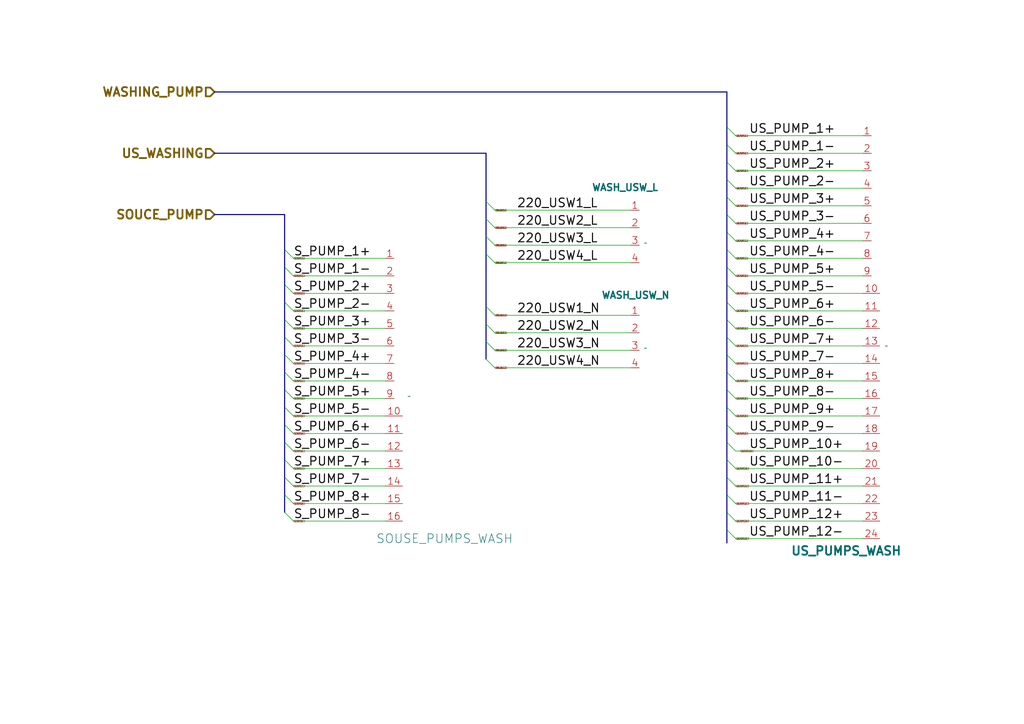
<source format=kicad_sch>
(kicad_sch (version 20250114) (generator "eeschema") (generator_version "9.0")
  (paper "A4")
  (lib_symbols
    (symbol "Conn_01x04_(wide)_2"
      (property "Reference" "J" (at 0 0 0))
      (symbol "Conn_01x04_(wide)_2_1_1"
        (pin input line (at -2.54 -5.08 0) (length 2.54) (name "") (number "1"))
        (pin input line (at -2.54 -10.16 0) (length 2.54) (name "") (number "2"))
        (pin input line (at -2.54 -15.24 0) (length 2.54) (name "") (number "3"))
        (pin input line (at -2.54 -20.32 0) (length 2.54) (name "") (number "4"))
      )
    )
    (symbol "Connector:Conn_01x16_(wide)"
      (property "Reference" "J" (at 0 0 0))
      (symbol "Conn_01x16_(wide)_1_1"
        (pin input line (at -2.54 -5.08 0) (length 2.54) (name "") (number "1"))
        (pin input line (at -2.54 -10.16 0) (length 2.54) (name "") (number "2"))
        (pin input line (at -2.54 -15.24 0) (length 2.54) (name "") (number "3"))
        (pin input line (at -2.54 -20.32 0) (length 2.54) (name "") (number "4"))
        (pin input line (at -2.54 -25.4 0) (length 2.54) (name "") (number "5"))
        (pin input line (at -2.54 -30.48 0) (length 2.54) (name "") (number "6"))
        (pin input line (at -2.54 -35.56 0) (length 2.54) (name "") (number "7"))
        (pin input line (at -2.54 -40.64 0) (length 2.54) (name "") (number "8"))
        (pin input line (at -2.54 -45.72 0) (length 2.54) (name "") (number "9"))
        (pin input line (at -2.54 -50.8 0) (length 5) (name "") (number "10"))
        (pin input line (at -2.54 -55.88 0) (length 5) (name "") (number "11"))
        (pin input line (at -2.54 -60.96 0) (length 5) (name "") (number "12"))
        (pin input line (at -2.54 -66.04 0) (length 5) (name "") (number "13"))
        (pin input line (at -2.54 -71.12 0) (length 5) (name "") (number "14"))
        (pin input line (at -2.54 -76.2 0) (length 5) (name "") (number "15"))
        (pin input line (at -2.54 -81.28 0) (length 5) (name "") (number "16"))
      )
    )
    (symbol "Connector:Conn_01x24_(wide)"
      (property "Reference" "J" (at 0 2.286 0))
      (symbol "Conn_01x24_(wide)_1_1"
        (pin input line (at 0 -3.81 0) (length 2.54) (name "") (number "1"))
        (pin input line (at 0 -8.89 0) (length 2.54) (name "") (number "2"))
        (pin input line (at 0 -13.97 0) (length 2.54) (name "") (number "3"))
        (pin input line (at 0 -19.05 0) (length 2.54) (name "") (number "4"))
        (pin input line (at 0 -24.13 0) (length 2.54) (name "") (number "5"))
        (pin input line (at 0 -29.21 0) (length 2.54) (name "") (number "6"))
        (pin input line (at 0 -34.29 0) (length 2.54) (name "") (number "7"))
        (pin input line (at 0 -39.37 0) (length 2.54) (name "") (number "8"))
        (pin input line (at 0 -44.45 0) (length 2.54) (name "") (number "9"))
        (pin input line (at 0 -49.53 0) (length 5) (name "") (number "10"))
        (pin input line (at 0 -54.61 0) (length 5) (name "") (number "11"))
        (pin input line (at 0 -59.69 0) (length 5) (name "") (number "12"))
        (pin input line (at 0 -64.77 0) (length 5) (name "") (number "13"))
        (pin input line (at 0 -69.85 0) (length 5) (name "") (number "14"))
        (pin input line (at 0 -74.93 0) (length 5) (name "") (number "15"))
        (pin input line (at 0 -80.01 0) (length 5) (name "") (number "16"))
        (pin input line (at 0 -85.09 0) (length 5) (name "") (number "17"))
        (pin input line (at 0 -90.17 0) (length 5) (name "") (number "18"))
        (pin input line (at 0 -95.25 0) (length 5) (name "") (number "19"))
        (pin input line (at 0 -100.33 0) (length 5) (name "") (number "20"))
        (pin input line (at 0 -105.41 0) (length 5) (name "") (number "21"))
        (pin input line (at 0 -110.49 0) (length 5) (name "") (number "22"))
        (pin input line (at 0 -115.57 0) (length 5) (name "") (number "23"))
        (pin input line (at 0 -120.65 0) (length 5) (name "") (number "24"))
      )
    )
  )
  (bus_entry (at 82.55 77.47) (size 2.54 2.54))
  (bus_entry (at 143.51 66.04) (size -2.54 -2.54))
  (bus_entry (at 210.82 107.95) (size 2.54 2.54))
  (bus_entry (at 210.82 97.79) (size 2.54 2.54))
  (bus_entry (at 210.82 148.59) (size 2.54 2.54))
  (bus_entry (at 82.55 107.95) (size 2.54 2.54))
  (bus_entry (at 210.82 46.99) (size 2.54 2.54))
  (bus_entry (at 210.82 77.47) (size 2.54 2.54))
  (bus_entry (at 143.51 96.52) (size -2.54 -2.54))
  (bus_entry (at 143.51 71.12) (size -2.54 -2.54))
  (bus_entry (at 82.55 97.79) (size 2.54 2.54))
  (bus_entry (at 143.51 106.68) (size -2.54 -2.54))
  (bus_entry (at 82.55 92.71) (size 2.54 2.54))
  (bus_entry (at 210.82 41.91) (size 2.54 2.54))
  (bus_entry (at 210.82 133.35) (size 2.54 2.54))
  (bus_entry (at 210.82 62.23) (size 2.54 2.54))
  (bus_entry (at 143.51 60.96) (size -2.54 -2.54))
  (bus_entry (at 210.82 67.31) (size 2.54 2.54))
  (bus_entry (at 210.82 72.39) (size 2.54 2.54))
  (bus_entry (at 82.55 143.51) (size 2.54 2.54))
  (bus_entry (at 210.82 57.15) (size 2.54 2.54))
  (bus_entry (at 210.82 123.19) (size 2.54 2.54))
  (bus_entry (at 210.82 153.67) (size 2.54 2.54))
  (bus_entry (at 210.82 87.63) (size 2.54 2.54))
  (bus_entry (at 82.55 128.27) (size 2.54 2.54))
  (bus_entry (at 210.82 143.51) (size 2.54 2.54))
  (bus_entry (at 82.55 113.03) (size 2.54 2.54))
  (bus_entry (at 82.55 102.87) (size 2.54 2.54))
  (bus_entry (at 143.51 101.6) (size -2.54 -2.54))
  (bus_entry (at 210.82 102.87) (size 2.54 2.54))
  (bus_entry (at 82.55 123.19) (size 2.54 2.54))
  (bus_entry (at 82.55 87.63) (size 2.54 2.54))
  (bus_entry (at 210.82 118.11) (size 2.54 2.54))
  (bus_entry (at 210.82 92.71) (size 2.54 2.54))
  (bus_entry (at 210.82 113.03) (size 2.54 2.54))
  (bus_entry (at 82.55 118.11) (size 2.54 2.54))
  (bus_entry (at 210.82 82.55) (size 2.54 2.54))
  (bus_entry (at 210.82 36.83) (size 2.54 2.54))
  (bus_entry (at 210.82 52.07) (size 2.54 2.54))
  (bus_entry (at 82.55 82.55) (size 2.54 2.54))
  (bus_entry (at 82.55 138.43) (size 2.54 2.54))
  (bus_entry (at 143.51 76.2) (size -2.54 -2.54))
  (bus_entry (at 82.55 148.59) (size 2.54 2.54))
  (bus_entry (at 210.82 128.27) (size 2.54 2.54))
  (bus_entry (at 82.55 72.39) (size 2.54 2.54))
  (bus_entry (at 82.55 133.35) (size 2.54 2.54))
  (bus_entry (at 210.82 138.43) (size 2.54 2.54))
  (bus_entry (at 143.51 91.44) (size -2.54 -2.54))
  (wire (pts (xy 213.36 39.37) (xy 250.19 39.37)))
  (bus (pts (xy 210.82 82.55) (xy 210.82 87.63)))
  (wire (pts (xy 213.36 110.49) (xy 250.19 110.49)))
  (bus (pts (xy 140.97 99.06) (xy 140.97 104.14)))
  (bus (pts (xy 82.55 128.27) (xy 82.55 133.35)))
  (bus (pts (xy 210.82 128.27) (xy 210.82 133.35)))
  (wire (pts (xy 85.09 110.49) (xy 111.76 110.49)))
  (bus (pts (xy 210.82 57.15) (xy 210.82 62.23)))
  (bus (pts (xy 210.82 113.03) (xy 210.82 118.11)))
  (bus (pts (xy 82.55 113.03) (xy 82.55 118.11)))
  (bus (pts (xy 62.23 26.67) (xy 210.82 26.67)))
  (wire (pts (xy 182.88 96.52) (xy 143.51 96.52)))
  (bus (pts (xy 210.82 36.83) (xy 210.82 41.91)))
  (bus (pts (xy 82.55 97.79) (xy 82.55 102.87)))
  (wire (pts (xy 213.36 49.53) (xy 250.19 49.53)))
  (bus (pts (xy 210.82 107.95) (xy 210.82 113.03)))
  (bus (pts (xy 210.82 77.47) (xy 210.82 82.55)))
  (bus (pts (xy 210.82 97.79) (xy 210.82 102.87)))
  (wire (pts (xy 85.09 151.13) (xy 111.76 151.13)))
  (wire (pts (xy 213.36 80.01) (xy 250.19 80.01)))
  (bus (pts (xy 210.82 87.63) (xy 210.82 92.71)))
  (bus (pts (xy 210.82 46.99) (xy 210.82 52.07)))
  (bus (pts (xy 140.97 93.98) (xy 140.97 99.06)))
  (wire (pts (xy 213.36 100.33) (xy 250.19 100.33)))
  (bus (pts (xy 210.82 118.11) (xy 210.82 123.19)))
  (bus (pts (xy 62.23 44.45) (xy 140.97 44.45)))
  (wire (pts (xy 85.09 120.65) (xy 111.76 120.65)))
  (bus (pts (xy 82.55 72.39) (xy 82.55 77.47)))
  (bus (pts (xy 82.55 133.35) (xy 82.55 138.43)))
  (bus (pts (xy 210.82 62.23) (xy 210.82 67.31)))
  (wire (pts (xy 182.88 76.2) (xy 143.51 76.2)))
  (bus (pts (xy 210.82 92.71) (xy 210.82 97.79)))
  (bus (pts (xy 140.97 44.45) (xy 140.97 58.42)))
  (wire (pts (xy 213.36 105.41) (xy 250.19 105.41)))
  (wire (pts (xy 213.36 74.93) (xy 250.19 74.93)))
  (bus (pts (xy 210.82 148.59) (xy 210.82 153.67)))
  (bus (pts (xy 82.55 143.51) (xy 82.55 148.59)))
  (bus (pts (xy 62.23 62.23) (xy 82.55 62.23)))
  (wire (pts (xy 182.88 60.96) (xy 143.51 60.96)))
  (wire (pts (xy 213.36 59.69) (xy 250.19 59.69)))
  (wire (pts (xy 85.09 125.73) (xy 111.76 125.73)))
  (wire (pts (xy 213.36 120.65) (xy 250.19 120.65)))
  (bus (pts (xy 210.82 138.43) (xy 210.82 143.51)))
  (wire (pts (xy 85.09 146.05) (xy 111.76 146.05)))
  (wire (pts (xy 213.36 64.77) (xy 250.19 64.77)))
  (wire (pts (xy 85.09 80.01) (xy 111.76 80.01)))
  (bus (pts (xy 82.55 123.19) (xy 82.55 128.27)))
  (wire (pts (xy 213.36 156.21) (xy 250.19 156.21)))
  (bus (pts (xy 210.82 143.51) (xy 210.82 148.59)))
  (bus (pts (xy 82.55 118.11) (xy 82.55 123.19)))
  (bus (pts (xy 82.55 102.87) (xy 82.55 107.95)))
  (wire (pts (xy 213.36 85.09) (xy 250.19 85.09)))
  (bus (pts (xy 140.97 63.5) (xy 140.97 68.58)))
  (wire (pts (xy 85.09 90.17) (xy 111.76 90.17)))
  (wire (pts (xy 213.36 90.17) (xy 250.19 90.17)))
  (bus (pts (xy 82.55 107.95) (xy 82.55 113.03)))
  (wire (pts (xy 85.09 85.09) (xy 111.76 85.09)))
  (wire (pts (xy 85.09 95.25) (xy 111.76 95.25)))
  (wire (pts (xy 182.88 101.6) (xy 143.51 101.6)))
  (wire (pts (xy 85.09 135.89) (xy 111.76 135.89)))
  (bus (pts (xy 210.82 26.67) (xy 210.82 36.83)))
  (bus (pts (xy 210.82 128.27) (xy 210.82 123.19)))
  (wire (pts (xy 85.09 74.93) (xy 111.76 74.93)))
  (wire (pts (xy 85.09 100.33) (xy 111.76 100.33)))
  (bus (pts (xy 140.97 73.66) (xy 140.97 88.9)))
  (bus (pts (xy 210.82 153.67) (xy 210.82 157.48)))
  (wire (pts (xy 85.09 140.97) (xy 111.76 140.97)))
  (wire (pts (xy 213.36 54.61) (xy 250.19 54.61)))
  (bus (pts (xy 82.55 138.43) (xy 82.55 143.51)))
  (bus (pts (xy 210.82 138.43) (xy 210.82 133.35)))
  (wire (pts (xy 182.88 66.04) (xy 143.51 66.04)))
  (wire (pts (xy 213.36 44.45) (xy 250.19 44.45)))
  (bus (pts (xy 82.55 87.63) (xy 82.55 92.71)))
  (wire (pts (xy 250.19 130.81) (xy 213.36 130.81)))
  (wire (pts (xy 213.36 69.85) (xy 250.19 69.85)))
  (bus (pts (xy 82.55 82.55) (xy 82.55 87.63)))
  (bus (pts (xy 140.97 58.42) (xy 140.97 63.5)))
  (bus (pts (xy 140.97 68.58) (xy 140.97 73.66)))
  (wire (pts (xy 213.36 151.13) (xy 250.19 151.13)))
  (wire (pts (xy 213.36 135.89) (xy 250.19 135.89)))
  (bus (pts (xy 82.55 62.23) (xy 82.55 72.39)))
  (bus (pts (xy 82.55 92.71) (xy 82.55 97.79)))
  (wire (pts (xy 213.36 125.73) (xy 250.19 125.73)))
  (wire (pts (xy 213.36 146.05) (xy 250.19 146.05)))
  (wire (pts (xy 213.36 115.57) (xy 250.19 115.57)))
  (bus (pts (xy 210.82 67.31) (xy 210.82 72.39)))
  (bus (pts (xy 210.82 72.39) (xy 210.82 77.47)))
  (wire (pts (xy 182.88 106.68) (xy 143.51 106.68)))
  (bus (pts (xy 210.82 52.07) (xy 210.82 57.15)))
  (wire (pts (xy 213.36 140.97) (xy 250.19 140.97)))
  (bus (pts (xy 82.55 77.47) (xy 82.55 82.55)))
  (wire (pts (xy 85.09 115.57) (xy 111.76 115.57)))
  (wire (pts (xy 213.36 95.25) (xy 250.19 95.25)))
  (wire (pts (xy 182.88 91.44) (xy 143.51 91.44)))
  (bus (pts (xy 140.97 88.9) (xy 140.97 93.98)))
  (bus (pts (xy 210.82 102.87) (xy 210.82 107.95)))
  (wire (pts (xy 85.09 130.81) (xy 111.76 130.81)))
  (wire (pts (xy 85.09 105.41) (xy 111.76 105.41)))
  (bus (pts (xy 210.82 41.91) (xy 210.82 46.99)))
  (wire (pts (xy 182.88 71.12) (xy 143.51 71.12)))
  (label "S_PUMP_4-" (at 85.09 110.49 0) (effects (font (size 2.5 2.5) (thickness 0.3125))))
  (label "S_PUMP_2+" (at 85.09 85.09 0) (effects (font (size 2.5 2.5) (thickness 0.3125))))
  (label "S_PUMP_8-" (at 85.09 151.13 0) (effects (font (size 2.5 2.5) (thickness 0.3125))))
  (label "US_PUMP_11+" (at 217.17 140.97 0) (effects (font (size 2.5 2.5) (thickness 0.3125))))
  (label "220_USW1_L" (at 149.86 60.96 0) (effects (font (size 2.5 2.5) (thickness 0.3125))))
  (label "S_PUMP_3-" (at 85.09 100.33 0) (effects (font (size 2.5 2.5) (thickness 0.3125))))
  (label "US_PUMP_3-" (at 217.17 64.77 0) (effects (font (size 2.5 2.5) (thickness 0.3125))))
  (label "S_PUMP_7-" (at 85.09 140.97 0) (effects (font (size 2.5 2.5) (thickness 0.3125))))
  (label "US_PUMP_5+" (at 217.17 80.01 0) (effects (font (size 2.5 2.5) (thickness 0.3125))))
  (label "220_USW4_L" (at 149.86 76.2 0) (effects (font (size 2.5 2.5) (thickness 0.3125))))
  (label "S_PUMP_1-" (at 85.09 80.01 0) (effects (font (size 2.5 2.5) (thickness 0.3125))))
  (label "US_PUMP_10-" (at 217.17 135.89 0) (effects (font (size 2.5 2.5) (thickness 0.3125))))
  (label "US_PUMP_6+" (at 217.17 90.17 0) (effects (font (size 2.5 2.5) (thickness 0.3125))))
  (label "S_PUMP_5+" (at 85.09 115.57 0) (effects (font (size 2.5 2.5) (thickness 0.3125))))
  (label "US_PUMP_4-" (at 217.17 74.93 0) (effects (font (size 2.5 2.5) (thickness 0.3125))))
  (label "US_PUMP_10+" (at 217.17 130.81 0) (effects (font (size 2.5 2.5) (thickness 0.3125))))
  (label "US_PUMP_11-" (at 217.17 146.05 0) (effects (font (size 2.5 2.5) (thickness 0.3125))))
  (label "US_PUMP_8+" (at 217.17 110.49 0) (effects (font (size 2.5 2.5) (thickness 0.3125))))
  (label "S_PUMP_5-" (at 85.09 120.65 0) (effects (font (size 2.5 2.5) (thickness 0.3125))))
  (label "US_PUMP_2-" (at 217.17 54.61 0) (effects (font (size 2.5 2.5) (thickness 0.3125))))
  (label "220_USW3_N" (at 149.86 101.6 0) (effects (font (size 2.5 2.5) (thickness 0.3125))))
  (label "S_PUMP_7+" (at 85.09 135.89 0) (effects (font (size 2.5 2.5) (thickness 0.3125))))
  (label "US_PUMP_2+" (at 217.17 49.53 0) (effects (font (size 2.5 2.5) (thickness 0.3125))))
  (label "220_USW2_L" (at 149.86 66.04 0) (effects (font (size 2.5 2.5) (thickness 0.3125))))
  (label "US_PUMP_9-" (at 217.17 125.73 0) (effects (font (size 2.5 2.5) (thickness 0.3125))))
  (label "US_PUMP_7+" (at 217.17 100.33 0) (effects (font (size 2.5 2.5) (thickness 0.3125))))
  (label "US_PUMP_6-" (at 217.17 95.25 0) (effects (font (size 2.5 2.5) (thickness 0.3125))))
  (label "US_PUMP_1-" (at 217.17 44.45 0) (effects (font (size 2.5 2.5) (thickness 0.3125))))
  (label "US_PUMP_12-" (at 217.17 156.21 0) (effects (font (size 2.5 2.5) (thickness 0.3125))))
  (label "220_USW1_N" (at 149.86 91.44 0) (effects (font (size 2.5 2.5) (thickness 0.3125))))
  (label "S_PUMP_8+" (at 85.09 146.05 0) (effects (font (size 2.5 2.5) (thickness 0.3125))))
  (label "US_PUMP_7-" (at 217.17 105.41 0) (effects (font (size 2.5 2.5) (thickness 0.3125))))
  (label "S_PUMP_3+" (at 85.09 95.25 0) (effects (font (size 2.5 2.5) (thickness 0.3125))))
  (label "S_PUMP_2-" (at 85.09 90.17 0) (effects (font (size 2.5 2.5) (thickness 0.3125))))
  (label "220_USW2_N" (at 149.86 96.52 0) (effects (font (size 2.5 2.5) (thickness 0.3125))))
  (label "S_PUMP_6-" (at 85.09 130.81 0) (effects (font (size 2.5 2.5) (thickness 0.3125))))
  (label "US_PUMP_1+" (at 217.17 39.37 0) (effects (font (size 2.5 2.5) (thickness 0.3125))))
  (label "US_PUMP_9+" (at 217.17 120.65 0) (effects (font (size 2.5 2.5) (thickness 0.3125))))
  (label "US_PUMP_12+" (at 217.17 151.13 0) (effects (font (size 2.5 2.5) (thickness 0.3125))))
  (label "S_PUMP_6+" (at 85.09 125.73 0) (effects (font (size 2.5 2.5) (thickness 0.3125))))
  (label "US_PUMP_8-" (at 217.17 115.57 0) (effects (font (size 2.5 2.5) (thickness 0.3125))))
  (label "US_PUMP_5-" (at 217.17 85.09 0) (effects (font (size 2.5 2.5) (thickness 0.3125))))
  (label "220_USW4_N" (at 149.86 106.68 0) (effects (font (size 2.5 2.5) (thickness 0.3125))))
  (label "S_PUMP_1+" (at 85.09 74.93 0) (effects (font (size 2.5 2.5) (thickness 0.3125))))
  (label "220_USW3_L" (at 149.86 71.12 0) (effects (font (size 2.5 2.5) (thickness 0.3125))))
  (label "S_PUMP_4+" (at 85.09 105.41 0) (effects (font (size 2.5 2.5) (thickness 0.3125))))
  (label "US_PUMP_3+" (at 217.17 59.69 0) (effects (font (size 2.5 2.5) (thickness 0.3125))))
  (label "US_PUMP_4+" (at 217.17 69.85 0) (effects (font (size 2.5 2.5) (thickness 0.3125))))
  (global_label "US_PUMP_8+" (shape input) (at 213.36 110.49 0) (effects (font (size 0.3 0.3))) (property "Intersheetrefs" "${INTERSHEET_REFS}" (effects (hide yes))))
  (global_label "US_PUMP_11-" (shape input) (at 213.36 146.05 0) (effects (font (size 0.3 0.3))) (property "Intersheetrefs" "${INTERSHEET_REFS}" (effects (hide yes))))
  (global_label "US_PUMP_10-" (shape input) (at 213.36 135.89 0) (effects (font (size 0.3 0.3))) (property "Intersheetrefs" "${INTERSHEET_REFS}" (effects (hide yes))))
  (global_label "220_USW4_L" (shape input) (at 143.51 76.2 0) (effects (font (size 0.3 0.3))) (property "Intersheetrefs" "${INTERSHEET_REFS}" (effects (hide yes))))
  (global_label "220_USW2_L" (shape input) (at 143.51 66.04 0) (effects (font (size 0.3 0.3))) (property "Intersheetrefs" "${INTERSHEET_REFS}" (effects (hide yes))))
  (global_label "S_PUMP_1+" (shape input) (at 85.09 74.93 0) (effects (font (size 0.3 0.3))) (property "Intersheetrefs" "${INTERSHEET_REFS}" (effects (hide yes))))
  (global_label "220_USW3_N" (shape input) (at 143.51 101.6 0) (effects (font (size 0.3 0.3))) (property "Intersheetrefs" "${INTERSHEET_REFS}" (effects (hide yes))))
  (global_label "US_PUMP_9-" (shape input) (at 213.36 125.73 0) (effects (font (size 0.3 0.3))) (property "Intersheetrefs" "${INTERSHEET_REFS}" (effects (hide yes))))
  (global_label "US_PUMP_10+" (shape input) (at 214.63 130.81 0) (effects (font (size 0.3 0.3))) (property "Intersheetrefs" "${INTERSHEET_REFS}" (effects (hide yes))))
  (global_label "US_PUMP_5-" (shape input) (at 213.36 85.09 0) (effects (font (size 0.3 0.3))) (property "Intersheetrefs" "${INTERSHEET_REFS}" (effects (hide yes))))
  (global_label "US_PUMP_5+" (shape input) (at 213.36 80.01 0) (effects (font (size 0.3 0.3))) (property "Intersheetrefs" "${INTERSHEET_REFS}" (effects (hide yes))))
  (global_label "US_PUMP_6+" (shape input) (at 213.36 90.17 0) (effects (font (size 0.3 0.3))) (property "Intersheetrefs" "${INTERSHEET_REFS}" (effects (hide yes))))
  (global_label "S_PUMP_5-" (shape input) (at 85.09 120.65 0) (effects (font (size 0.3 0.3))) (property "Intersheetrefs" "${INTERSHEET_REFS}" (effects (hide yes))))
  (global_label "S_PUMP_2+" (shape input) (at 85.09 85.09 0) (effects (font (size 0.3 0.3))) (property "Intersheetrefs" "${INTERSHEET_REFS}" (effects (hide yes))))
  (global_label "US_PUMP_2-" (shape input) (at 213.36 54.61 0) (effects (font (size 0.3 0.3))) (property "Intersheetrefs" "${INTERSHEET_REFS}" (effects (hide yes))))
  (global_label "S_PUMP_3-" (shape input) (at 85.09 100.33 0) (effects (font (size 0.3 0.3))) (property "Intersheetrefs" "${INTERSHEET_REFS}" (effects (hide yes))))
  (global_label "S_PUMP_7-" (shape input) (at 85.09 140.97 0) (effects (font (size 0.3 0.3))) (property "Intersheetrefs" "${INTERSHEET_REFS}" (effects (hide yes))))
  (global_label "220_USW4_N" (shape input) (at 143.51 106.68 0) (effects (font (size 0.3 0.3))) (property "Intersheetrefs" "${INTERSHEET_REFS}" (effects (hide yes))))
  (global_label "US_PUMP_8-" (shape input) (at 213.36 115.57 0) (effects (font (size 0.3 0.3))) (property "Intersheetrefs" "${INTERSHEET_REFS}" (effects (hide yes))))
  (global_label "US_PUMP_11+" (shape input) (at 213.36 140.97 0) (effects (font (size 0.3 0.3))) (property "Intersheetrefs" "${INTERSHEET_REFS}" (effects (hide yes))))
  (global_label "US_PUMP_2+" (shape input) (at 213.36 49.53 0) (effects (font (size 0.3 0.3))) (property "Intersheetrefs" "${INTERSHEET_REFS}" (effects (hide yes))))
  (global_label "S_PUMP_4-" (shape input) (at 85.09 110.49 0) (effects (font (size 0.3 0.3))) (property "Intersheetrefs" "${INTERSHEET_REFS}" (effects (hide yes))))
  (global_label "S_PUMP_8+" (shape input) (at 85.09 146.05 0) (effects (font (size 0.3 0.3))) (property "Intersheetrefs" "${INTERSHEET_REFS}" (effects (hide yes))))
  (global_label "US_PUMP_9+" (shape input) (at 213.36 120.65 0) (effects (font (size 0.3 0.3))) (property "Intersheetrefs" "${INTERSHEET_REFS}" (effects (hide yes))))
  (global_label "S_PUMP_3+" (shape input) (at 85.09 95.25 0) (effects (font (size 0.3 0.3))) (property "Intersheetrefs" "${INTERSHEET_REFS}" (effects (hide yes))))
  (global_label "US_PUMP_12+" (shape input) (at 213.36 151.13 0) (effects (font (size 0.3 0.3))) (property "Intersheetrefs" "${INTERSHEET_REFS}" (effects (hide yes))))
  (global_label "US_PUMP_4+" (shape input) (at 213.36 69.85 0) (effects (font (size 0.3 0.3))) (property "Intersheetrefs" "${INTERSHEET_REFS}" (effects (hide yes))))
  (global_label "S_PUMP_7+" (shape input) (at 85.09 135.89 0) (effects (font (size 0.3 0.3))) (property "Intersheetrefs" "${INTERSHEET_REFS}" (effects (hide yes))))
  (global_label "220_USW2_N" (shape input) (at 143.51 96.52 0) (effects (font (size 0.3 0.3))) (property "Intersheetrefs" "${INTERSHEET_REFS}" (effects (hide yes))))
  (global_label "220_USW1_L" (shape input) (at 143.51 60.96 0) (effects (font (size 0.3 0.3))) (property "Intersheetrefs" "${INTERSHEET_REFS}" (effects (hide yes))))
  (global_label "US_PUMP_1-" (shape input) (at 213.36 44.45 0) (effects (font (size 0.3 0.3))) (property "Intersheetrefs" "${INTERSHEET_REFS}" (effects (hide yes))))
  (global_label "US_PUMP_3+" (shape input) (at 213.36 59.69 0) (effects (font (size 0.3 0.3))) (property "Intersheetrefs" "${INTERSHEET_REFS}" (effects (hide yes))))
  (global_label "S_PUMP_2-" (shape input) (at 85.09 90.17 0) (effects (font (size 0.3 0.3))) (property "Intersheetrefs" "${INTERSHEET_REFS}" (effects (hide yes))))
  (global_label "S_PUMP_1-" (shape input) (at 85.09 80.01 0) (effects (font (size 0.3 0.3))) (property "Intersheetrefs" "${INTERSHEET_REFS}" (effects (hide yes))))
  (global_label "US_PUMP_7+" (shape input) (at 213.36 100.33 0) (effects (font (size 0.3 0.3))) (property "Intersheetrefs" "${INTERSHEET_REFS}" (effects (hide yes))))
  (global_label "S_PUMP_5+" (shape input) (at 85.09 115.57 0) (effects (font (size 0.3 0.3))) (property "Intersheetrefs" "${INTERSHEET_REFS}" (effects (hide yes))))
  (global_label "US_PUMP_6-" (shape input) (at 213.36 95.25 0) (effects (font (size 0.3 0.3))) (property "Intersheetrefs" "${INTERSHEET_REFS}" (effects (hide yes))))
  (global_label "US_PUMP_4-" (shape input) (at 213.36 74.93 0) (effects (font (size 0.3 0.3))) (property "Intersheetrefs" "${INTERSHEET_REFS}" (effects (hide yes))))
  (global_label "220_USW1_N" (shape input) (at 143.51 91.44 0) (effects (font (size 0.3 0.3))) (property "Intersheetrefs" "${INTERSHEET_REFS}" (effects (hide yes))))
  (global_label "S_PUMP_6-" (shape input) (at 85.09 130.81 0) (effects (font (size 0.3 0.3))) (property "Intersheetrefs" "${INTERSHEET_REFS}" (effects (hide yes))))
  (global_label "S_PUMP_8-" (shape input) (at 85.09 151.13 0) (effects (font (size 0.3 0.3))) (property "Intersheetrefs" "${INTERSHEET_REFS}" (effects (hide yes))))
  (global_label "S_PUMP_6+" (shape input) (at 85.09 125.73 0) (effects (font (size 0.3 0.3))) (property "Intersheetrefs" "${INTERSHEET_REFS}" (effects (hide yes))))
  (global_label "220_USW3_L" (shape input) (at 143.51 71.12 0) (effects (font (size 0.3 0.3))) (property "Intersheetrefs" "${INTERSHEET_REFS}" (effects (hide yes))))
  (global_label "S_PUMP_4+" (shape input) (at 85.09 105.41 0) (effects (font (size 0.3 0.3))) (property "Intersheetrefs" "${INTERSHEET_REFS}" (effects (hide yes))))
  (global_label "US_PUMP_1+" (shape input) (at 213.36 39.37 0) (effects (font (size 0.3 0.3))) (property "Intersheetrefs" "${INTERSHEET_REFS}" (effects (hide yes))))
  (global_label "US_PUMP_3-" (shape input) (at 213.36 64.77 0) (effects (font (size 0.3 0.3))) (property "Intersheetrefs" "${INTERSHEET_REFS}" (effects (hide yes))))
  (global_label "US_PUMP_7-" (shape input) (at 213.36 105.41 0) (effects (font (size 0.3 0.3))) (property "Intersheetrefs" "${INTERSHEET_REFS}" (effects (hide yes))))
  (global_label "US_PUMP_12-" (shape input) (at 213.36 156.21 0) (effects (font (size 0.3 0.3))) (property "Intersheetrefs" "${INTERSHEET_REFS}" (effects (hide yes))))
  (hierarchical_label "SOUСE_PUMP" (shape input) (at 62.23 62.23 180) (effects (font (size 2.54 2.54) (thickness 0.508) (bold yes))))
  (hierarchical_label "US_WASHING" (shape input) (at 62.23 44.45 180) (effects (font (size 2.54 2.54) (thickness 0.508) (bold yes))))
  (hierarchical_label "WASHING_PUMP" (shape input) (at 62.23 26.67 180) (effects (font (size 2.54 2.54) (thickness 0.508) (bold yes))))
  (symbol (lib_name "Conn_01x04_(wide)_2") (lib_id "Connector:Conn_01x04_(wide)") (at 185.42 55.88 0) (unit 1)
    (property "Reference" "WASH_USW_L" (at 171.45 54.356 0) (effects (font (size 2 2) (thickness 0.4) (bold yes)) (justify left)))
    (property "Value" "~" (at 186.69 70.485 0) (effects (justify left)))
  )
  (symbol (lib_id "Connector:Conn_01x24_(wide)") (at 250.19 35.56 0) (unit 1)
    (property "Reference" "US_PUMPS_WASH" (at 229.108 159.766 0) (effects (font (size 2.5 2.5) (thickness 0.5) (bold yes)) (justify left)))
    (property "Value" "~" (at 256.54 100.33 0) (effects (justify left)))
  )
  (symbol (lib_id "Connector:Conn_01x16_(wide)") (at 114.3 69.85 0) (unit 1)
    (property "Reference" "SOUSE_PUMPS_WASH" (at 108.966 156.21 0) (effects (font (size 2.54 2.54)) (justify left)))
    (property "Value" "~" (at 118.11 114.935 0) (effects (justify left)))
  )
  (symbol (lib_name "Conn_01x04_(wide)_2") (lib_id "Connector:Conn_01x04_(wide)") (at 185.42 86.36 0) (unit 1)
    (property "Reference" "WASH_USW_N" (at 174.244 85.598 0) (effects (font (size 2 2) (thickness 0.4) (bold yes)) (justify left)))
    (property "Value" "~" (at 186.69 100.965 0) (effects (justify left)))
  )
)
</source>
